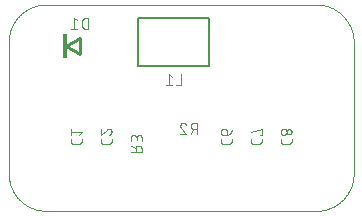
<source format=gbo>
G04 EAGLE Gerber X2 export*
%TF.Part,Single*%
%TF.FileFunction,Other,Silk bottom*%
%TF.FilePolarity,Positive*%
%TF.GenerationSoftware,Autodesk,EAGLE,9.0.0*%
%TF.CreationDate,2018-05-03T06:24:42Z*%
G75*
%MOMM*%
%FSLAX35Y35*%
%LPD*%
%AMOC8*
5,1,8,0,0,1.08239X$1,22.5*%
G01*
%ADD10C,0.000000*%
%ADD11C,0.076200*%
%ADD12C,0.127000*%
%ADD13C,0.254000*%
%ADD14R,0.300000X2.100000*%


D10*
X1016000Y1587500D02*
X1016093Y1579828D01*
X1016371Y1572161D01*
X1016834Y1564502D01*
X1017482Y1556857D01*
X1018315Y1549230D01*
X1019332Y1541625D01*
X1020532Y1534047D01*
X1021915Y1526500D01*
X1023480Y1518989D01*
X1025226Y1511517D01*
X1027152Y1504090D01*
X1029257Y1496712D01*
X1031540Y1489387D01*
X1033998Y1482119D01*
X1036632Y1474913D01*
X1039440Y1467772D01*
X1042418Y1460702D01*
X1045567Y1453705D01*
X1048884Y1446787D01*
X1052368Y1439950D01*
X1056015Y1433200D01*
X1059825Y1426540D01*
X1063794Y1419974D01*
X1067921Y1413506D01*
X1072203Y1407139D01*
X1076637Y1400878D01*
X1081222Y1394726D01*
X1085953Y1388686D01*
X1090830Y1382763D01*
X1095848Y1376959D01*
X1101005Y1371277D01*
X1106297Y1365723D01*
X1111723Y1360297D01*
X1117277Y1355005D01*
X1122959Y1349848D01*
X1128763Y1344830D01*
X1134686Y1339953D01*
X1140726Y1335222D01*
X1146878Y1330637D01*
X1153139Y1326203D01*
X1159506Y1321921D01*
X1165974Y1317794D01*
X1172540Y1313825D01*
X1179200Y1310015D01*
X1185950Y1306368D01*
X1192787Y1302884D01*
X1199705Y1299567D01*
X1206702Y1296418D01*
X1213772Y1293440D01*
X1220913Y1290632D01*
X1228119Y1287998D01*
X1235387Y1285540D01*
X1242712Y1283257D01*
X1250090Y1281152D01*
X1257517Y1279226D01*
X1264989Y1277480D01*
X1272500Y1275915D01*
X1280047Y1274532D01*
X1287625Y1273332D01*
X1295230Y1272315D01*
X1302857Y1271482D01*
X1310502Y1270834D01*
X1318161Y1270371D01*
X1325828Y1270093D01*
X1333500Y1270000D01*
X1016000Y2698750D02*
X1016093Y2706422D01*
X1016371Y2714089D01*
X1016834Y2721748D01*
X1017482Y2729393D01*
X1018315Y2737020D01*
X1019332Y2744625D01*
X1020532Y2752203D01*
X1021915Y2759750D01*
X1023480Y2767261D01*
X1025226Y2774733D01*
X1027152Y2782160D01*
X1029257Y2789538D01*
X1031540Y2796863D01*
X1033998Y2804131D01*
X1036632Y2811337D01*
X1039440Y2818478D01*
X1042418Y2825548D01*
X1045567Y2832545D01*
X1048884Y2839463D01*
X1052368Y2846300D01*
X1056015Y2853050D01*
X1059825Y2859710D01*
X1063794Y2866276D01*
X1067921Y2872744D01*
X1072203Y2879111D01*
X1076637Y2885372D01*
X1081222Y2891524D01*
X1085953Y2897564D01*
X1090830Y2903487D01*
X1095848Y2909291D01*
X1101005Y2914973D01*
X1106297Y2920527D01*
X1111723Y2925953D01*
X1117277Y2931245D01*
X1122959Y2936402D01*
X1128763Y2941420D01*
X1134686Y2946297D01*
X1140726Y2951028D01*
X1146878Y2955613D01*
X1153139Y2960047D01*
X1159506Y2964329D01*
X1165974Y2968456D01*
X1172540Y2972425D01*
X1179200Y2976235D01*
X1185950Y2979882D01*
X1192787Y2983366D01*
X1199705Y2986683D01*
X1206702Y2989832D01*
X1213772Y2992810D01*
X1220913Y2995618D01*
X1228119Y2998252D01*
X1235387Y3000710D01*
X1242712Y3002993D01*
X1250090Y3005098D01*
X1257517Y3007024D01*
X1264989Y3008770D01*
X1272500Y3010335D01*
X1280047Y3011718D01*
X1287625Y3012918D01*
X1295230Y3013935D01*
X1302857Y3014768D01*
X1310502Y3015416D01*
X1318161Y3015879D01*
X1325828Y3016157D01*
X1333500Y3016250D01*
X3619500Y3016250D02*
X3627172Y3016157D01*
X3634839Y3015879D01*
X3642498Y3015416D01*
X3650143Y3014768D01*
X3657770Y3013935D01*
X3665375Y3012918D01*
X3672953Y3011718D01*
X3680500Y3010335D01*
X3688011Y3008770D01*
X3695483Y3007024D01*
X3702910Y3005098D01*
X3710288Y3002993D01*
X3717613Y3000710D01*
X3724881Y2998252D01*
X3732087Y2995618D01*
X3739228Y2992810D01*
X3746298Y2989832D01*
X3753295Y2986683D01*
X3760213Y2983366D01*
X3767050Y2979882D01*
X3773800Y2976235D01*
X3780460Y2972425D01*
X3787026Y2968456D01*
X3793494Y2964329D01*
X3799861Y2960047D01*
X3806122Y2955613D01*
X3812274Y2951028D01*
X3818314Y2946297D01*
X3824237Y2941420D01*
X3830041Y2936402D01*
X3835723Y2931245D01*
X3841277Y2925953D01*
X3846703Y2920527D01*
X3851995Y2914973D01*
X3857152Y2909291D01*
X3862170Y2903487D01*
X3867047Y2897564D01*
X3871778Y2891524D01*
X3876363Y2885372D01*
X3880797Y2879111D01*
X3885079Y2872744D01*
X3889206Y2866276D01*
X3893175Y2859710D01*
X3896985Y2853050D01*
X3900632Y2846300D01*
X3904116Y2839463D01*
X3907433Y2832545D01*
X3910582Y2825548D01*
X3913560Y2818478D01*
X3916368Y2811337D01*
X3919002Y2804131D01*
X3921460Y2796863D01*
X3923743Y2789538D01*
X3925848Y2782160D01*
X3927774Y2774733D01*
X3929520Y2767261D01*
X3931085Y2759750D01*
X3932468Y2752203D01*
X3933668Y2744625D01*
X3934685Y2737020D01*
X3935518Y2729393D01*
X3936166Y2721748D01*
X3936629Y2714089D01*
X3936907Y2706422D01*
X3937000Y2698750D01*
X3937000Y1587500D02*
X3936907Y1579828D01*
X3936629Y1572161D01*
X3936166Y1564502D01*
X3935518Y1556857D01*
X3934685Y1549230D01*
X3933668Y1541625D01*
X3932468Y1534047D01*
X3931085Y1526500D01*
X3929520Y1518989D01*
X3927774Y1511517D01*
X3925848Y1504090D01*
X3923743Y1496712D01*
X3921460Y1489387D01*
X3919002Y1482119D01*
X3916368Y1474913D01*
X3913560Y1467772D01*
X3910582Y1460702D01*
X3907433Y1453705D01*
X3904116Y1446787D01*
X3900632Y1439950D01*
X3896985Y1433200D01*
X3893175Y1426540D01*
X3889206Y1419974D01*
X3885079Y1413506D01*
X3880797Y1407139D01*
X3876363Y1400878D01*
X3871778Y1394726D01*
X3867047Y1388686D01*
X3862170Y1382763D01*
X3857152Y1376959D01*
X3851995Y1371277D01*
X3846703Y1365723D01*
X3841277Y1360297D01*
X3835723Y1355005D01*
X3830041Y1349848D01*
X3824237Y1344830D01*
X3818314Y1339953D01*
X3812274Y1335222D01*
X3806122Y1330637D01*
X3799861Y1326203D01*
X3793494Y1321921D01*
X3787026Y1317794D01*
X3780460Y1313825D01*
X3773800Y1310015D01*
X3767050Y1306368D01*
X3760213Y1302884D01*
X3753295Y1299567D01*
X3746298Y1296418D01*
X3739228Y1293440D01*
X3732087Y1290632D01*
X3724881Y1287998D01*
X3717613Y1285540D01*
X3710288Y1283257D01*
X3702910Y1281152D01*
X3695483Y1279226D01*
X3688011Y1277480D01*
X3680500Y1275915D01*
X3672953Y1274532D01*
X3665375Y1273332D01*
X3657770Y1272315D01*
X3650143Y1271482D01*
X3642498Y1270834D01*
X3634839Y1270371D01*
X3627172Y1270093D01*
X3619500Y1270000D01*
X3619500Y3016250D02*
X1333500Y3016250D01*
X1016000Y2698750D02*
X1016000Y1587500D01*
X1333500Y1270000D02*
X3619500Y1270000D01*
X3937000Y1587500D02*
X3937000Y2698750D01*
D11*
X2610378Y2014690D02*
X2610378Y1922310D01*
X2610378Y2014690D02*
X2584717Y2014690D01*
X2584092Y2014682D01*
X2583468Y2014660D01*
X2582844Y2014622D01*
X2582221Y2014568D01*
X2581600Y2014500D01*
X2580981Y2014417D01*
X2580364Y2014318D01*
X2579749Y2014205D01*
X2579138Y2014076D01*
X2578529Y2013933D01*
X2577925Y2013775D01*
X2577324Y2013602D01*
X2576728Y2013415D01*
X2576136Y2013213D01*
X2575550Y2012997D01*
X2574969Y2012766D01*
X2574394Y2012522D01*
X2573825Y2012264D01*
X2573262Y2011992D01*
X2572707Y2011706D01*
X2572158Y2011407D01*
X2571617Y2011094D01*
X2571083Y2010769D01*
X2570558Y2010430D01*
X2570041Y2010079D01*
X2569533Y2009715D01*
X2569034Y2009340D01*
X2568544Y2008952D01*
X2568063Y2008552D01*
X2567593Y2008141D01*
X2567133Y2007718D01*
X2566683Y2007284D01*
X2566244Y2006840D01*
X2565815Y2006385D01*
X2565398Y2005919D01*
X2564993Y2005444D01*
X2564599Y2004958D01*
X2564217Y2004464D01*
X2563847Y2003960D01*
X2563490Y2003447D01*
X2563145Y2002926D01*
X2562813Y2002397D01*
X2562494Y2001860D01*
X2562188Y2001315D01*
X2561896Y2000762D01*
X2561617Y2000203D01*
X2561351Y1999637D01*
X2561100Y1999065D01*
X2560863Y1998487D01*
X2560639Y1997903D01*
X2560430Y1997314D01*
X2560236Y1996721D01*
X2560056Y1996122D01*
X2559890Y1995520D01*
X2559740Y1994913D01*
X2559604Y1994303D01*
X2559483Y1993690D01*
X2559377Y1993074D01*
X2559286Y1992456D01*
X2559210Y1991836D01*
X2559149Y1991214D01*
X2559104Y1990590D01*
X2559073Y1989966D01*
X2559058Y1989341D01*
X2559058Y1988717D01*
X2559073Y1988092D01*
X2559104Y1987468D01*
X2559149Y1986844D01*
X2559210Y1986222D01*
X2559286Y1985602D01*
X2559377Y1984984D01*
X2559483Y1984368D01*
X2559604Y1983755D01*
X2559740Y1983145D01*
X2559890Y1982538D01*
X2560056Y1981936D01*
X2560236Y1981337D01*
X2560430Y1980744D01*
X2560639Y1980155D01*
X2560863Y1979571D01*
X2561100Y1978993D01*
X2561351Y1978421D01*
X2561617Y1977855D01*
X2561896Y1977296D01*
X2562188Y1976743D01*
X2562494Y1976198D01*
X2562813Y1975661D01*
X2563145Y1975132D01*
X2563490Y1974611D01*
X2563847Y1974098D01*
X2564217Y1973594D01*
X2564599Y1973100D01*
X2564993Y1972614D01*
X2565398Y1972139D01*
X2565815Y1971673D01*
X2566244Y1971218D01*
X2566683Y1970774D01*
X2567133Y1970340D01*
X2567593Y1969917D01*
X2568063Y1969506D01*
X2568544Y1969106D01*
X2569034Y1968718D01*
X2569533Y1968343D01*
X2570041Y1967979D01*
X2570558Y1967628D01*
X2571083Y1967289D01*
X2571617Y1966964D01*
X2572158Y1966651D01*
X2572707Y1966352D01*
X2573262Y1966066D01*
X2573825Y1965794D01*
X2574394Y1965536D01*
X2574969Y1965292D01*
X2575550Y1965061D01*
X2576136Y1964845D01*
X2576728Y1964643D01*
X2577324Y1964456D01*
X2577925Y1964283D01*
X2578529Y1964125D01*
X2579138Y1963982D01*
X2579749Y1963853D01*
X2580364Y1963740D01*
X2580981Y1963641D01*
X2581600Y1963558D01*
X2582221Y1963490D01*
X2582844Y1963436D01*
X2583468Y1963398D01*
X2584092Y1963376D01*
X2584717Y1963368D01*
X2610378Y1963368D01*
X2579585Y1963368D02*
X2559056Y1922310D01*
X2469623Y1991595D02*
X2469630Y1992162D01*
X2469651Y1992728D01*
X2469686Y1993294D01*
X2469734Y1993859D01*
X2469797Y1994422D01*
X2469873Y1994984D01*
X2469963Y1995543D01*
X2470067Y1996101D01*
X2470184Y1996655D01*
X2470315Y1997207D01*
X2470460Y1997755D01*
X2470617Y1998299D01*
X2470789Y1998839D01*
X2470973Y1999375D01*
X2471171Y1999907D01*
X2471381Y2000433D01*
X2471604Y2000954D01*
X2471840Y2001469D01*
X2472089Y2001979D01*
X2472350Y2002482D01*
X2472623Y2002978D01*
X2472909Y2003468D01*
X2473206Y2003951D01*
X2473515Y2004426D01*
X2473836Y2004893D01*
X2474168Y2005353D01*
X2474511Y2005804D01*
X2474865Y2006246D01*
X2475230Y2006680D01*
X2475606Y2007105D01*
X2475991Y2007520D01*
X2476387Y2007926D01*
X2476793Y2008321D01*
X2477208Y2008707D01*
X2477633Y2009083D01*
X2478067Y2009448D01*
X2478509Y2009802D01*
X2478960Y2010145D01*
X2479420Y2010477D01*
X2479887Y2010798D01*
X2480362Y2011107D01*
X2480845Y2011404D01*
X2481334Y2011690D01*
X2481831Y2011963D01*
X2482334Y2012224D01*
X2482843Y2012473D01*
X2483359Y2012709D01*
X2483880Y2012932D01*
X2484406Y2013142D01*
X2484937Y2013340D01*
X2485473Y2013524D01*
X2486014Y2013695D01*
X2486558Y2013853D01*
X2487106Y2013998D01*
X2487658Y2014129D01*
X2488212Y2014246D01*
X2488769Y2014350D01*
X2489329Y2014440D01*
X2489891Y2014516D01*
X2490454Y2014579D01*
X2491019Y2014627D01*
X2491584Y2014662D01*
X2492151Y2014683D01*
X2492718Y2014690D01*
X2493435Y2014681D01*
X2494152Y2014655D01*
X2494869Y2014612D01*
X2495584Y2014551D01*
X2496297Y2014473D01*
X2497008Y2014378D01*
X2497717Y2014266D01*
X2498423Y2014136D01*
X2499125Y2013990D01*
X2499824Y2013827D01*
X2500518Y2013646D01*
X2501208Y2013449D01*
X2501893Y2013236D01*
X2502573Y2013006D01*
X2503247Y2012759D01*
X2503914Y2012496D01*
X2504576Y2012218D01*
X2505230Y2011923D01*
X2505877Y2011612D01*
X2506516Y2011286D01*
X2507147Y2010945D01*
X2507770Y2010589D01*
X2508384Y2010217D01*
X2508989Y2009831D01*
X2509584Y2009430D01*
X2510169Y2009015D01*
X2510744Y2008586D01*
X2511309Y2008143D01*
X2511863Y2007687D01*
X2512405Y2007217D01*
X2512936Y2006735D01*
X2513456Y2006239D01*
X2513963Y2005732D01*
X2514457Y2005212D01*
X2514939Y2004680D01*
X2515408Y2004137D01*
X2515864Y2003583D01*
X2516306Y2003018D01*
X2516734Y2002442D01*
X2517149Y2001856D01*
X2517549Y2001260D01*
X2517934Y2000655D01*
X2518305Y2000041D01*
X2518661Y1999418D01*
X2519001Y1998786D01*
X2519326Y1998146D01*
X2519636Y1997499D01*
X2519930Y1996845D01*
X2520208Y1996183D01*
X2520470Y1995515D01*
X2520715Y1994841D01*
X2520945Y1994161D01*
X2477321Y1973632D02*
X2476885Y1974057D01*
X2476460Y1974493D01*
X2476046Y1974939D01*
X2475643Y1975395D01*
X2475251Y1975861D01*
X2474870Y1976336D01*
X2474502Y1976821D01*
X2474145Y1977314D01*
X2473801Y1977816D01*
X2473469Y1978326D01*
X2473150Y1978845D01*
X2472843Y1979370D01*
X2472550Y1979904D01*
X2472270Y1980444D01*
X2472003Y1980991D01*
X2471749Y1981545D01*
X2471510Y1982104D01*
X2471284Y1982669D01*
X2471072Y1983240D01*
X2470874Y1983815D01*
X2470690Y1984396D01*
X2470520Y1984980D01*
X2470365Y1985569D01*
X2470225Y1986161D01*
X2470098Y1986757D01*
X2469987Y1987355D01*
X2469890Y1987956D01*
X2469808Y1988559D01*
X2469741Y1989164D01*
X2469689Y1989771D01*
X2469652Y1990378D01*
X2469629Y1990986D01*
X2469622Y1991595D01*
X2477321Y1973632D02*
X2520944Y1922310D01*
X2469622Y1922310D01*
X2141690Y1771122D02*
X2049310Y1771122D01*
X2141690Y1771122D02*
X2141690Y1796783D01*
X2141682Y1797408D01*
X2141660Y1798032D01*
X2141622Y1798656D01*
X2141568Y1799279D01*
X2141500Y1799900D01*
X2141417Y1800519D01*
X2141318Y1801136D01*
X2141205Y1801751D01*
X2141076Y1802362D01*
X2140933Y1802971D01*
X2140775Y1803575D01*
X2140602Y1804176D01*
X2140415Y1804772D01*
X2140213Y1805364D01*
X2139997Y1805950D01*
X2139766Y1806531D01*
X2139522Y1807106D01*
X2139264Y1807675D01*
X2138992Y1808238D01*
X2138706Y1808793D01*
X2138407Y1809342D01*
X2138094Y1809883D01*
X2137769Y1810417D01*
X2137430Y1810942D01*
X2137079Y1811459D01*
X2136715Y1811967D01*
X2136340Y1812466D01*
X2135952Y1812956D01*
X2135552Y1813437D01*
X2135141Y1813907D01*
X2134718Y1814367D01*
X2134284Y1814817D01*
X2133840Y1815256D01*
X2133385Y1815685D01*
X2132919Y1816102D01*
X2132444Y1816507D01*
X2131958Y1816901D01*
X2131464Y1817283D01*
X2130960Y1817653D01*
X2130447Y1818010D01*
X2129926Y1818355D01*
X2129397Y1818687D01*
X2128860Y1819006D01*
X2128315Y1819312D01*
X2127762Y1819604D01*
X2127203Y1819883D01*
X2126637Y1820149D01*
X2126065Y1820400D01*
X2125487Y1820637D01*
X2124903Y1820861D01*
X2124314Y1821070D01*
X2123721Y1821264D01*
X2123122Y1821444D01*
X2122520Y1821610D01*
X2121913Y1821760D01*
X2121303Y1821896D01*
X2120690Y1822017D01*
X2120074Y1822123D01*
X2119456Y1822214D01*
X2118836Y1822290D01*
X2118214Y1822351D01*
X2117590Y1822396D01*
X2116966Y1822427D01*
X2116341Y1822442D01*
X2115717Y1822442D01*
X2115092Y1822427D01*
X2114468Y1822396D01*
X2113844Y1822351D01*
X2113222Y1822290D01*
X2112602Y1822214D01*
X2111984Y1822123D01*
X2111368Y1822017D01*
X2110755Y1821896D01*
X2110145Y1821760D01*
X2109538Y1821610D01*
X2108936Y1821444D01*
X2108337Y1821264D01*
X2107744Y1821070D01*
X2107155Y1820861D01*
X2106571Y1820637D01*
X2105993Y1820400D01*
X2105421Y1820149D01*
X2104855Y1819883D01*
X2104296Y1819604D01*
X2103743Y1819312D01*
X2103199Y1819006D01*
X2102661Y1818687D01*
X2102132Y1818355D01*
X2101611Y1818010D01*
X2101098Y1817653D01*
X2100594Y1817283D01*
X2100100Y1816901D01*
X2099614Y1816507D01*
X2099139Y1816102D01*
X2098673Y1815685D01*
X2098218Y1815256D01*
X2097774Y1814817D01*
X2097340Y1814367D01*
X2096917Y1813907D01*
X2096506Y1813437D01*
X2096106Y1812956D01*
X2095718Y1812466D01*
X2095343Y1811967D01*
X2094979Y1811459D01*
X2094628Y1810942D01*
X2094289Y1810417D01*
X2093964Y1809883D01*
X2093651Y1809342D01*
X2093352Y1808793D01*
X2093066Y1808238D01*
X2092794Y1807675D01*
X2092536Y1807106D01*
X2092292Y1806531D01*
X2092061Y1805950D01*
X2091845Y1805364D01*
X2091643Y1804772D01*
X2091456Y1804176D01*
X2091283Y1803575D01*
X2091125Y1802971D01*
X2090982Y1802362D01*
X2090853Y1801751D01*
X2090740Y1801136D01*
X2090641Y1800519D01*
X2090558Y1799900D01*
X2090490Y1799279D01*
X2090436Y1798656D01*
X2090398Y1798032D01*
X2090376Y1797408D01*
X2090368Y1796783D01*
X2090368Y1771122D01*
X2090368Y1801915D02*
X2049310Y1822444D01*
X2049310Y1860556D02*
X2049310Y1886217D01*
X2049318Y1886842D01*
X2049340Y1887466D01*
X2049378Y1888090D01*
X2049432Y1888713D01*
X2049500Y1889334D01*
X2049583Y1889953D01*
X2049682Y1890570D01*
X2049795Y1891185D01*
X2049924Y1891796D01*
X2050067Y1892405D01*
X2050225Y1893009D01*
X2050398Y1893610D01*
X2050585Y1894206D01*
X2050787Y1894798D01*
X2051003Y1895384D01*
X2051234Y1895965D01*
X2051478Y1896540D01*
X2051736Y1897109D01*
X2052008Y1897672D01*
X2052294Y1898227D01*
X2052593Y1898776D01*
X2052906Y1899317D01*
X2053231Y1899851D01*
X2053570Y1900376D01*
X2053921Y1900893D01*
X2054285Y1901401D01*
X2054660Y1901900D01*
X2055048Y1902390D01*
X2055448Y1902871D01*
X2055859Y1903341D01*
X2056282Y1903801D01*
X2056716Y1904251D01*
X2057160Y1904690D01*
X2057615Y1905119D01*
X2058081Y1905536D01*
X2058556Y1905941D01*
X2059042Y1906335D01*
X2059536Y1906717D01*
X2060040Y1907087D01*
X2060553Y1907444D01*
X2061074Y1907789D01*
X2061603Y1908121D01*
X2062141Y1908440D01*
X2062685Y1908746D01*
X2063238Y1909038D01*
X2063797Y1909317D01*
X2064363Y1909583D01*
X2064935Y1909834D01*
X2065513Y1910071D01*
X2066097Y1910295D01*
X2066686Y1910504D01*
X2067279Y1910698D01*
X2067878Y1910878D01*
X2068480Y1911044D01*
X2069087Y1911194D01*
X2069697Y1911330D01*
X2070310Y1911451D01*
X2070926Y1911557D01*
X2071544Y1911648D01*
X2072164Y1911724D01*
X2072786Y1911785D01*
X2073410Y1911830D01*
X2074034Y1911861D01*
X2074659Y1911876D01*
X2075283Y1911876D01*
X2075908Y1911861D01*
X2076532Y1911830D01*
X2077156Y1911785D01*
X2077778Y1911724D01*
X2078398Y1911648D01*
X2079016Y1911557D01*
X2079632Y1911451D01*
X2080245Y1911330D01*
X2080855Y1911194D01*
X2081462Y1911044D01*
X2082064Y1910878D01*
X2082663Y1910698D01*
X2083256Y1910504D01*
X2083845Y1910295D01*
X2084429Y1910071D01*
X2085007Y1909834D01*
X2085579Y1909583D01*
X2086145Y1909317D01*
X2086704Y1909038D01*
X2087257Y1908746D01*
X2087802Y1908440D01*
X2088339Y1908121D01*
X2088868Y1907789D01*
X2089389Y1907444D01*
X2089902Y1907087D01*
X2090406Y1906717D01*
X2090900Y1906335D01*
X2091386Y1905941D01*
X2091861Y1905536D01*
X2092327Y1905119D01*
X2092782Y1904690D01*
X2093226Y1904251D01*
X2093660Y1903801D01*
X2094083Y1903341D01*
X2094494Y1902871D01*
X2094894Y1902390D01*
X2095282Y1901900D01*
X2095657Y1901401D01*
X2096021Y1900893D01*
X2096372Y1900376D01*
X2096711Y1899851D01*
X2097036Y1899317D01*
X2097349Y1898776D01*
X2097648Y1898227D01*
X2097934Y1897672D01*
X2098206Y1897109D01*
X2098464Y1896540D01*
X2098708Y1895965D01*
X2098939Y1895384D01*
X2099155Y1894798D01*
X2099357Y1894206D01*
X2099544Y1893610D01*
X2099717Y1893009D01*
X2099875Y1892405D01*
X2100018Y1891796D01*
X2100147Y1891185D01*
X2100260Y1890570D01*
X2100359Y1889953D01*
X2100442Y1889334D01*
X2100510Y1888713D01*
X2100564Y1888090D01*
X2100602Y1887466D01*
X2100624Y1886842D01*
X2100632Y1886217D01*
X2141690Y1891349D02*
X2141690Y1860556D01*
X2141690Y1891349D02*
X2141684Y1891849D01*
X2141666Y1892349D01*
X2141635Y1892848D01*
X2141593Y1893346D01*
X2141538Y1893843D01*
X2141471Y1894338D01*
X2141392Y1894832D01*
X2141302Y1895323D01*
X2141199Y1895813D01*
X2141084Y1896299D01*
X2140958Y1896783D01*
X2140820Y1897263D01*
X2140670Y1897740D01*
X2140508Y1898214D01*
X2140335Y1898683D01*
X2140151Y1899147D01*
X2139956Y1899607D01*
X2139749Y1900063D01*
X2139531Y1900513D01*
X2139303Y1900957D01*
X2139063Y1901396D01*
X2138813Y1901829D01*
X2138553Y1902256D01*
X2138282Y1902676D01*
X2138001Y1903090D01*
X2137710Y1903496D01*
X2137410Y1903896D01*
X2137099Y1904288D01*
X2136779Y1904672D01*
X2136450Y1905048D01*
X2136112Y1905417D01*
X2135765Y1905777D01*
X2135410Y1906128D01*
X2135046Y1906470D01*
X2134673Y1906804D01*
X2134293Y1907129D01*
X2133905Y1907444D01*
X2133509Y1907749D01*
X2133106Y1908045D01*
X2132696Y1908331D01*
X2132279Y1908607D01*
X2131855Y1908872D01*
X2131426Y1909128D01*
X2130990Y1909372D01*
X2130548Y1909606D01*
X2130100Y1909829D01*
X2129648Y1910042D01*
X2129190Y1910243D01*
X2128728Y1910433D01*
X2128261Y1910611D01*
X2127789Y1910778D01*
X2127314Y1910934D01*
X2126836Y1911078D01*
X2126353Y1911210D01*
X2125868Y1911331D01*
X2125380Y1911440D01*
X2124890Y1911537D01*
X2124397Y1911621D01*
X2123903Y1911694D01*
X2123406Y1911755D01*
X2122909Y1911803D01*
X2122410Y1911840D01*
X2121911Y1911864D01*
X2121411Y1911876D01*
X2120911Y1911876D01*
X2120411Y1911864D01*
X2119912Y1911840D01*
X2119413Y1911803D01*
X2118916Y1911755D01*
X2118419Y1911694D01*
X2117925Y1911621D01*
X2117432Y1911537D01*
X2116942Y1911440D01*
X2116454Y1911331D01*
X2115969Y1911210D01*
X2115486Y1911078D01*
X2115008Y1910934D01*
X2114533Y1910778D01*
X2114061Y1910611D01*
X2113594Y1910433D01*
X2113132Y1910243D01*
X2112674Y1910042D01*
X2112222Y1909829D01*
X2111774Y1909606D01*
X2111332Y1909372D01*
X2110897Y1909128D01*
X2110467Y1908872D01*
X2110043Y1908607D01*
X2109626Y1908331D01*
X2109216Y1908045D01*
X2108813Y1907749D01*
X2108417Y1907444D01*
X2108029Y1907129D01*
X2107649Y1906804D01*
X2107276Y1906470D01*
X2106912Y1906128D01*
X2106557Y1905777D01*
X2106210Y1905417D01*
X2105872Y1905048D01*
X2105543Y1904672D01*
X2105223Y1904288D01*
X2104912Y1903896D01*
X2104612Y1903496D01*
X2104321Y1903090D01*
X2104040Y1902676D01*
X2103769Y1902256D01*
X2103509Y1901829D01*
X2103259Y1901396D01*
X2103019Y1900957D01*
X2102791Y1900513D01*
X2102573Y1900063D01*
X2102366Y1899607D01*
X2102171Y1899147D01*
X2101987Y1898683D01*
X2101814Y1898214D01*
X2101652Y1897740D01*
X2101502Y1897263D01*
X2101364Y1896783D01*
X2101238Y1896299D01*
X2101123Y1895813D01*
X2101020Y1895323D01*
X2100930Y1894832D01*
X2100851Y1894338D01*
X2100784Y1893843D01*
X2100729Y1893346D01*
X2100687Y1892848D01*
X2100656Y1892349D01*
X2100638Y1891849D01*
X2100632Y1891349D01*
X2100632Y1870820D01*
D12*
X2713000Y2498750D02*
X2713000Y2898750D01*
X2713000Y2498750D02*
X2113000Y2498750D01*
X2113000Y2898750D01*
X2713000Y2898750D01*
D11*
X2476074Y2427440D02*
X2476074Y2335060D01*
X2435017Y2335060D01*
X2401248Y2406911D02*
X2375587Y2427440D01*
X2375587Y2335060D01*
X2401248Y2335060D02*
X2349926Y2335060D01*
X2811310Y1879171D02*
X2811310Y1858642D01*
X2811316Y1858146D01*
X2811334Y1857650D01*
X2811364Y1857155D01*
X2811406Y1856661D01*
X2811460Y1856168D01*
X2811525Y1855676D01*
X2811603Y1855186D01*
X2811692Y1854698D01*
X2811794Y1854212D01*
X2811907Y1853729D01*
X2812031Y1853249D01*
X2812167Y1852772D01*
X2812315Y1852298D01*
X2812474Y1851828D01*
X2812644Y1851362D01*
X2812826Y1850901D01*
X2813018Y1850443D01*
X2813222Y1849991D01*
X2813436Y1849544D01*
X2813661Y1849102D01*
X2813897Y1848665D01*
X2814144Y1848235D01*
X2814400Y1847810D01*
X2814667Y1847392D01*
X2814944Y1846980D01*
X2815231Y1846575D01*
X2815527Y1846178D01*
X2815833Y1845787D01*
X2816148Y1845404D01*
X2816473Y1845029D01*
X2816806Y1844661D01*
X2817148Y1844302D01*
X2817499Y1843951D01*
X2817858Y1843609D01*
X2818226Y1843276D01*
X2818601Y1842951D01*
X2818984Y1842636D01*
X2819375Y1842330D01*
X2819772Y1842034D01*
X2820177Y1841747D01*
X2820589Y1841470D01*
X2821007Y1841203D01*
X2821432Y1840947D01*
X2821862Y1840700D01*
X2822299Y1840464D01*
X2822741Y1840239D01*
X2823188Y1840025D01*
X2823640Y1839821D01*
X2824098Y1839629D01*
X2824559Y1839447D01*
X2825025Y1839277D01*
X2825495Y1839118D01*
X2825969Y1838970D01*
X2826446Y1838834D01*
X2826926Y1838710D01*
X2827409Y1838597D01*
X2827895Y1838495D01*
X2828383Y1838406D01*
X2828873Y1838328D01*
X2829365Y1838263D01*
X2829858Y1838209D01*
X2830352Y1838167D01*
X2830847Y1838137D01*
X2831343Y1838119D01*
X2831839Y1838113D01*
X2883161Y1838113D01*
X2883665Y1838119D01*
X2884168Y1838138D01*
X2884671Y1838169D01*
X2885173Y1838212D01*
X2885674Y1838267D01*
X2886173Y1838335D01*
X2886671Y1838415D01*
X2887166Y1838507D01*
X2887659Y1838612D01*
X2888149Y1838728D01*
X2888636Y1838857D01*
X2889120Y1838997D01*
X2889601Y1839149D01*
X2890077Y1839313D01*
X2890549Y1839489D01*
X2891017Y1839676D01*
X2891480Y1839874D01*
X2891938Y1840084D01*
X2892391Y1840305D01*
X2892838Y1840537D01*
X2893280Y1840780D01*
X2893715Y1841034D01*
X2894144Y1841298D01*
X2894566Y1841573D01*
X2894982Y1841858D01*
X2895390Y1842153D01*
X2895791Y1842458D01*
X2896184Y1842773D01*
X2896570Y1843097D01*
X2896947Y1843431D01*
X2897316Y1843774D01*
X2897677Y1844126D01*
X2898029Y1844486D01*
X2898372Y1844855D01*
X2898706Y1845233D01*
X2899030Y1845618D01*
X2899345Y1846012D01*
X2899650Y1846413D01*
X2899945Y1846821D01*
X2900230Y1847237D01*
X2900505Y1847659D01*
X2900769Y1848088D01*
X2901023Y1848523D01*
X2901266Y1848965D01*
X2901498Y1849412D01*
X2901719Y1849865D01*
X2901929Y1850323D01*
X2902127Y1850786D01*
X2902314Y1851253D01*
X2902490Y1851726D01*
X2902654Y1852202D01*
X2902806Y1852683D01*
X2902946Y1853166D01*
X2903075Y1853654D01*
X2903191Y1854144D01*
X2903295Y1854637D01*
X2903388Y1855132D01*
X2903468Y1855629D01*
X2903536Y1856129D01*
X2903591Y1856630D01*
X2903634Y1857131D01*
X2903665Y1857634D01*
X2903684Y1858138D01*
X2903690Y1858642D01*
X2903690Y1879171D01*
X2862632Y1913368D02*
X2862632Y1944161D01*
X2862626Y1944657D01*
X2862608Y1945153D01*
X2862578Y1945648D01*
X2862536Y1946142D01*
X2862482Y1946635D01*
X2862417Y1947127D01*
X2862339Y1947617D01*
X2862250Y1948105D01*
X2862148Y1948591D01*
X2862035Y1949074D01*
X2861911Y1949554D01*
X2861775Y1950031D01*
X2861627Y1950505D01*
X2861468Y1950975D01*
X2861298Y1951441D01*
X2861116Y1951902D01*
X2860924Y1952360D01*
X2860720Y1952812D01*
X2860506Y1953259D01*
X2860281Y1953701D01*
X2860045Y1954138D01*
X2859798Y1954568D01*
X2859542Y1954993D01*
X2859275Y1955411D01*
X2858998Y1955823D01*
X2858711Y1956228D01*
X2858415Y1956625D01*
X2858109Y1957016D01*
X2857794Y1957399D01*
X2857469Y1957774D01*
X2857136Y1958142D01*
X2856794Y1958501D01*
X2856443Y1958852D01*
X2856084Y1959194D01*
X2855716Y1959527D01*
X2855341Y1959852D01*
X2854958Y1960167D01*
X2854567Y1960473D01*
X2854170Y1960769D01*
X2853765Y1961056D01*
X2853353Y1961333D01*
X2852935Y1961600D01*
X2852510Y1961856D01*
X2852080Y1962103D01*
X2851643Y1962339D01*
X2851201Y1962564D01*
X2850754Y1962778D01*
X2850302Y1962982D01*
X2849844Y1963174D01*
X2849383Y1963356D01*
X2848917Y1963526D01*
X2848447Y1963685D01*
X2847973Y1963833D01*
X2847496Y1963969D01*
X2847016Y1964093D01*
X2846533Y1964206D01*
X2846047Y1964308D01*
X2845559Y1964397D01*
X2845069Y1964475D01*
X2844577Y1964540D01*
X2844084Y1964594D01*
X2843590Y1964636D01*
X2843095Y1964666D01*
X2842599Y1964684D01*
X2842103Y1964690D01*
X2836971Y1964690D01*
X2836346Y1964682D01*
X2835722Y1964660D01*
X2835098Y1964622D01*
X2834475Y1964568D01*
X2833854Y1964500D01*
X2833235Y1964417D01*
X2832618Y1964318D01*
X2832003Y1964205D01*
X2831392Y1964076D01*
X2830783Y1963933D01*
X2830179Y1963775D01*
X2829578Y1963602D01*
X2828982Y1963415D01*
X2828390Y1963213D01*
X2827804Y1962997D01*
X2827223Y1962766D01*
X2826648Y1962522D01*
X2826079Y1962264D01*
X2825516Y1961992D01*
X2824961Y1961706D01*
X2824412Y1961407D01*
X2823871Y1961094D01*
X2823337Y1960769D01*
X2822812Y1960430D01*
X2822295Y1960079D01*
X2821787Y1959715D01*
X2821288Y1959340D01*
X2820798Y1958952D01*
X2820317Y1958552D01*
X2819847Y1958141D01*
X2819387Y1957718D01*
X2818937Y1957284D01*
X2818498Y1956840D01*
X2818069Y1956385D01*
X2817652Y1955919D01*
X2817247Y1955444D01*
X2816853Y1954958D01*
X2816471Y1954464D01*
X2816101Y1953960D01*
X2815744Y1953447D01*
X2815399Y1952926D01*
X2815067Y1952397D01*
X2814748Y1951860D01*
X2814442Y1951315D01*
X2814150Y1950762D01*
X2813871Y1950203D01*
X2813605Y1949637D01*
X2813354Y1949065D01*
X2813117Y1948487D01*
X2812893Y1947903D01*
X2812684Y1947314D01*
X2812490Y1946721D01*
X2812310Y1946122D01*
X2812144Y1945520D01*
X2811994Y1944913D01*
X2811858Y1944303D01*
X2811737Y1943690D01*
X2811631Y1943074D01*
X2811540Y1942456D01*
X2811464Y1941836D01*
X2811403Y1941214D01*
X2811358Y1940590D01*
X2811327Y1939966D01*
X2811312Y1939341D01*
X2811312Y1938717D01*
X2811327Y1938092D01*
X2811358Y1937468D01*
X2811403Y1936844D01*
X2811464Y1936222D01*
X2811540Y1935602D01*
X2811631Y1934984D01*
X2811737Y1934368D01*
X2811858Y1933755D01*
X2811994Y1933145D01*
X2812144Y1932538D01*
X2812310Y1931936D01*
X2812490Y1931337D01*
X2812684Y1930744D01*
X2812893Y1930155D01*
X2813117Y1929571D01*
X2813354Y1928993D01*
X2813605Y1928421D01*
X2813871Y1927855D01*
X2814150Y1927296D01*
X2814442Y1926743D01*
X2814748Y1926198D01*
X2815067Y1925661D01*
X2815399Y1925132D01*
X2815744Y1924611D01*
X2816101Y1924098D01*
X2816471Y1923594D01*
X2816853Y1923100D01*
X2817247Y1922614D01*
X2817652Y1922139D01*
X2818069Y1921673D01*
X2818498Y1921218D01*
X2818937Y1920774D01*
X2819387Y1920340D01*
X2819847Y1919917D01*
X2820317Y1919506D01*
X2820798Y1919106D01*
X2821288Y1918718D01*
X2821787Y1918343D01*
X2822295Y1917979D01*
X2822812Y1917628D01*
X2823337Y1917289D01*
X2823871Y1916964D01*
X2824412Y1916651D01*
X2824961Y1916352D01*
X2825516Y1916066D01*
X2826079Y1915794D01*
X2826648Y1915536D01*
X2827223Y1915292D01*
X2827804Y1915061D01*
X2828390Y1914845D01*
X2828982Y1914643D01*
X2829578Y1914456D01*
X2830179Y1914283D01*
X2830783Y1914125D01*
X2831392Y1913982D01*
X2832003Y1913853D01*
X2832618Y1913740D01*
X2833235Y1913641D01*
X2833854Y1913558D01*
X2834475Y1913490D01*
X2835098Y1913436D01*
X2835722Y1913398D01*
X2836346Y1913376D01*
X2836971Y1913368D01*
X2862632Y1913368D01*
X2863640Y1913380D01*
X2864647Y1913417D01*
X2865652Y1913479D01*
X2866656Y1913566D01*
X2867658Y1913677D01*
X2868656Y1913812D01*
X2869651Y1913972D01*
X2870642Y1914157D01*
X2871628Y1914366D01*
X2872608Y1914598D01*
X2873583Y1914855D01*
X2874550Y1915136D01*
X2875511Y1915440D01*
X2876464Y1915768D01*
X2877409Y1916119D01*
X2878344Y1916493D01*
X2879270Y1916890D01*
X2880186Y1917310D01*
X2881092Y1917752D01*
X2881987Y1918216D01*
X2882869Y1918702D01*
X2883740Y1919209D01*
X2884598Y1919738D01*
X2885443Y1920287D01*
X2886273Y1920858D01*
X2887090Y1921448D01*
X2887892Y1922058D01*
X2888679Y1922688D01*
X2889450Y1923336D01*
X2890205Y1924004D01*
X2890943Y1924690D01*
X2891664Y1925393D01*
X2892368Y1926115D01*
X2893054Y1926853D01*
X2893721Y1927608D01*
X2894370Y1928379D01*
X2895000Y1929166D01*
X2895610Y1929968D01*
X2896200Y1930784D01*
X2896770Y1931615D01*
X2897320Y1932460D01*
X2897849Y1933318D01*
X2898356Y1934188D01*
X2898842Y1935071D01*
X2899306Y1935966D01*
X2899748Y1936871D01*
X2900168Y1937787D01*
X2900565Y1938714D01*
X2900939Y1939649D01*
X2901290Y1940594D01*
X2901618Y1941547D01*
X2901922Y1942507D01*
X2902203Y1943475D01*
X2902459Y1944449D01*
X2902692Y1945430D01*
X2902901Y1946416D01*
X2903085Y1947406D01*
X2903246Y1948401D01*
X2903381Y1949400D01*
X2903492Y1950401D01*
X2903579Y1951405D01*
X2903641Y1952411D01*
X2903678Y1953418D01*
X2903690Y1954426D01*
X3065310Y1879171D02*
X3065310Y1858642D01*
X3065316Y1858146D01*
X3065334Y1857650D01*
X3065364Y1857155D01*
X3065406Y1856661D01*
X3065460Y1856168D01*
X3065525Y1855676D01*
X3065603Y1855186D01*
X3065692Y1854698D01*
X3065794Y1854212D01*
X3065907Y1853729D01*
X3066031Y1853249D01*
X3066167Y1852772D01*
X3066315Y1852298D01*
X3066474Y1851828D01*
X3066644Y1851362D01*
X3066826Y1850901D01*
X3067018Y1850443D01*
X3067222Y1849991D01*
X3067436Y1849544D01*
X3067661Y1849102D01*
X3067897Y1848665D01*
X3068144Y1848235D01*
X3068400Y1847810D01*
X3068667Y1847392D01*
X3068944Y1846980D01*
X3069231Y1846575D01*
X3069527Y1846178D01*
X3069833Y1845787D01*
X3070148Y1845404D01*
X3070473Y1845029D01*
X3070806Y1844661D01*
X3071148Y1844302D01*
X3071499Y1843951D01*
X3071858Y1843609D01*
X3072226Y1843276D01*
X3072601Y1842951D01*
X3072984Y1842636D01*
X3073375Y1842330D01*
X3073772Y1842034D01*
X3074177Y1841747D01*
X3074589Y1841470D01*
X3075007Y1841203D01*
X3075432Y1840947D01*
X3075862Y1840700D01*
X3076299Y1840464D01*
X3076741Y1840239D01*
X3077188Y1840025D01*
X3077640Y1839821D01*
X3078098Y1839629D01*
X3078559Y1839447D01*
X3079025Y1839277D01*
X3079495Y1839118D01*
X3079969Y1838970D01*
X3080446Y1838834D01*
X3080926Y1838710D01*
X3081409Y1838597D01*
X3081895Y1838495D01*
X3082383Y1838406D01*
X3082873Y1838328D01*
X3083365Y1838263D01*
X3083858Y1838209D01*
X3084352Y1838167D01*
X3084847Y1838137D01*
X3085343Y1838119D01*
X3085839Y1838113D01*
X3137161Y1838113D01*
X3137665Y1838119D01*
X3138168Y1838138D01*
X3138671Y1838169D01*
X3139173Y1838212D01*
X3139674Y1838267D01*
X3140173Y1838335D01*
X3140671Y1838415D01*
X3141166Y1838507D01*
X3141659Y1838612D01*
X3142149Y1838728D01*
X3142636Y1838857D01*
X3143120Y1838997D01*
X3143601Y1839149D01*
X3144077Y1839313D01*
X3144549Y1839489D01*
X3145017Y1839676D01*
X3145480Y1839874D01*
X3145938Y1840084D01*
X3146391Y1840305D01*
X3146838Y1840537D01*
X3147280Y1840780D01*
X3147715Y1841034D01*
X3148144Y1841298D01*
X3148566Y1841573D01*
X3148982Y1841858D01*
X3149390Y1842153D01*
X3149791Y1842458D01*
X3150184Y1842773D01*
X3150570Y1843097D01*
X3150947Y1843431D01*
X3151316Y1843774D01*
X3151677Y1844126D01*
X3152029Y1844486D01*
X3152372Y1844855D01*
X3152706Y1845233D01*
X3153030Y1845618D01*
X3153345Y1846012D01*
X3153650Y1846413D01*
X3153945Y1846821D01*
X3154230Y1847237D01*
X3154505Y1847659D01*
X3154769Y1848088D01*
X3155023Y1848523D01*
X3155266Y1848965D01*
X3155498Y1849412D01*
X3155719Y1849865D01*
X3155929Y1850323D01*
X3156127Y1850786D01*
X3156314Y1851253D01*
X3156490Y1851726D01*
X3156654Y1852202D01*
X3156806Y1852683D01*
X3156946Y1853166D01*
X3157075Y1853654D01*
X3157191Y1854144D01*
X3157295Y1854637D01*
X3157388Y1855132D01*
X3157468Y1855629D01*
X3157536Y1856129D01*
X3157591Y1856630D01*
X3157634Y1857131D01*
X3157665Y1857634D01*
X3157684Y1858138D01*
X3157690Y1858642D01*
X3157690Y1879171D01*
X3157690Y1913368D02*
X3147425Y1913368D01*
X3157690Y1913368D02*
X3157690Y1964690D01*
X3065310Y1939029D01*
X3319310Y1879171D02*
X3319310Y1858642D01*
X3319316Y1858146D01*
X3319334Y1857650D01*
X3319364Y1857155D01*
X3319406Y1856661D01*
X3319460Y1856168D01*
X3319525Y1855676D01*
X3319603Y1855186D01*
X3319692Y1854698D01*
X3319794Y1854212D01*
X3319907Y1853729D01*
X3320031Y1853249D01*
X3320167Y1852772D01*
X3320315Y1852298D01*
X3320474Y1851828D01*
X3320644Y1851362D01*
X3320826Y1850901D01*
X3321018Y1850443D01*
X3321222Y1849991D01*
X3321436Y1849544D01*
X3321661Y1849102D01*
X3321897Y1848665D01*
X3322144Y1848235D01*
X3322400Y1847810D01*
X3322667Y1847392D01*
X3322944Y1846980D01*
X3323231Y1846575D01*
X3323527Y1846178D01*
X3323833Y1845787D01*
X3324148Y1845404D01*
X3324473Y1845029D01*
X3324806Y1844661D01*
X3325148Y1844302D01*
X3325499Y1843951D01*
X3325858Y1843609D01*
X3326226Y1843276D01*
X3326601Y1842951D01*
X3326984Y1842636D01*
X3327375Y1842330D01*
X3327772Y1842034D01*
X3328177Y1841747D01*
X3328589Y1841470D01*
X3329007Y1841203D01*
X3329432Y1840947D01*
X3329862Y1840700D01*
X3330299Y1840464D01*
X3330741Y1840239D01*
X3331188Y1840025D01*
X3331640Y1839821D01*
X3332098Y1839629D01*
X3332559Y1839447D01*
X3333025Y1839277D01*
X3333495Y1839118D01*
X3333969Y1838970D01*
X3334446Y1838834D01*
X3334926Y1838710D01*
X3335409Y1838597D01*
X3335895Y1838495D01*
X3336383Y1838406D01*
X3336873Y1838328D01*
X3337365Y1838263D01*
X3337858Y1838209D01*
X3338352Y1838167D01*
X3338847Y1838137D01*
X3339343Y1838119D01*
X3339839Y1838113D01*
X3391161Y1838113D01*
X3391665Y1838119D01*
X3392168Y1838138D01*
X3392671Y1838169D01*
X3393173Y1838212D01*
X3393674Y1838267D01*
X3394173Y1838335D01*
X3394671Y1838415D01*
X3395166Y1838507D01*
X3395659Y1838612D01*
X3396149Y1838728D01*
X3396636Y1838857D01*
X3397120Y1838997D01*
X3397601Y1839149D01*
X3398077Y1839313D01*
X3398549Y1839489D01*
X3399017Y1839676D01*
X3399480Y1839874D01*
X3399938Y1840084D01*
X3400391Y1840305D01*
X3400838Y1840537D01*
X3401280Y1840780D01*
X3401715Y1841034D01*
X3402144Y1841298D01*
X3402566Y1841573D01*
X3402982Y1841858D01*
X3403390Y1842153D01*
X3403791Y1842458D01*
X3404184Y1842773D01*
X3404570Y1843097D01*
X3404947Y1843431D01*
X3405316Y1843774D01*
X3405677Y1844126D01*
X3406029Y1844486D01*
X3406372Y1844855D01*
X3406706Y1845233D01*
X3407030Y1845618D01*
X3407345Y1846012D01*
X3407650Y1846413D01*
X3407945Y1846821D01*
X3408230Y1847237D01*
X3408505Y1847659D01*
X3408769Y1848088D01*
X3409023Y1848523D01*
X3409266Y1848965D01*
X3409498Y1849412D01*
X3409719Y1849865D01*
X3409929Y1850323D01*
X3410127Y1850786D01*
X3410314Y1851253D01*
X3410490Y1851726D01*
X3410654Y1852202D01*
X3410806Y1852683D01*
X3410946Y1853166D01*
X3411075Y1853654D01*
X3411191Y1854144D01*
X3411295Y1854637D01*
X3411388Y1855132D01*
X3411468Y1855629D01*
X3411536Y1856129D01*
X3411591Y1856630D01*
X3411634Y1857131D01*
X3411665Y1857634D01*
X3411684Y1858138D01*
X3411690Y1858642D01*
X3411690Y1879171D01*
X3344971Y1913368D02*
X3345596Y1913376D01*
X3346220Y1913398D01*
X3346844Y1913436D01*
X3347467Y1913490D01*
X3348088Y1913558D01*
X3348707Y1913641D01*
X3349324Y1913740D01*
X3349939Y1913853D01*
X3350550Y1913982D01*
X3351159Y1914125D01*
X3351763Y1914283D01*
X3352364Y1914456D01*
X3352960Y1914643D01*
X3353552Y1914845D01*
X3354138Y1915061D01*
X3354719Y1915292D01*
X3355294Y1915536D01*
X3355863Y1915794D01*
X3356426Y1916066D01*
X3356981Y1916352D01*
X3357530Y1916651D01*
X3358071Y1916964D01*
X3358605Y1917289D01*
X3359130Y1917628D01*
X3359647Y1917979D01*
X3360155Y1918343D01*
X3360654Y1918718D01*
X3361144Y1919106D01*
X3361625Y1919506D01*
X3362095Y1919917D01*
X3362555Y1920340D01*
X3363005Y1920774D01*
X3363444Y1921218D01*
X3363873Y1921673D01*
X3364290Y1922139D01*
X3364695Y1922614D01*
X3365089Y1923100D01*
X3365471Y1923594D01*
X3365841Y1924098D01*
X3366198Y1924611D01*
X3366543Y1925132D01*
X3366875Y1925661D01*
X3367194Y1926199D01*
X3367500Y1926743D01*
X3367792Y1927296D01*
X3368071Y1927855D01*
X3368337Y1928421D01*
X3368588Y1928993D01*
X3368825Y1929571D01*
X3369049Y1930155D01*
X3369258Y1930744D01*
X3369452Y1931337D01*
X3369632Y1931936D01*
X3369798Y1932538D01*
X3369948Y1933145D01*
X3370084Y1933755D01*
X3370205Y1934368D01*
X3370311Y1934984D01*
X3370402Y1935602D01*
X3370478Y1936222D01*
X3370539Y1936844D01*
X3370584Y1937468D01*
X3370615Y1938092D01*
X3370630Y1938717D01*
X3370630Y1939341D01*
X3370615Y1939966D01*
X3370584Y1940590D01*
X3370539Y1941214D01*
X3370478Y1941836D01*
X3370402Y1942456D01*
X3370311Y1943074D01*
X3370205Y1943690D01*
X3370084Y1944303D01*
X3369948Y1944913D01*
X3369798Y1945520D01*
X3369632Y1946122D01*
X3369452Y1946721D01*
X3369258Y1947314D01*
X3369049Y1947903D01*
X3368825Y1948487D01*
X3368588Y1949065D01*
X3368337Y1949637D01*
X3368071Y1950203D01*
X3367792Y1950762D01*
X3367500Y1951315D01*
X3367194Y1951860D01*
X3366875Y1952397D01*
X3366543Y1952926D01*
X3366198Y1953447D01*
X3365841Y1953960D01*
X3365471Y1954464D01*
X3365089Y1954958D01*
X3364695Y1955444D01*
X3364290Y1955919D01*
X3363873Y1956385D01*
X3363444Y1956840D01*
X3363005Y1957284D01*
X3362555Y1957718D01*
X3362095Y1958141D01*
X3361625Y1958552D01*
X3361144Y1958952D01*
X3360654Y1959340D01*
X3360155Y1959715D01*
X3359647Y1960079D01*
X3359130Y1960430D01*
X3358605Y1960769D01*
X3358071Y1961094D01*
X3357530Y1961407D01*
X3356981Y1961706D01*
X3356426Y1961992D01*
X3355863Y1962264D01*
X3355294Y1962522D01*
X3354719Y1962766D01*
X3354138Y1962997D01*
X3353552Y1963213D01*
X3352960Y1963415D01*
X3352364Y1963602D01*
X3351763Y1963775D01*
X3351159Y1963933D01*
X3350550Y1964076D01*
X3349939Y1964205D01*
X3349324Y1964318D01*
X3348707Y1964417D01*
X3348088Y1964500D01*
X3347467Y1964568D01*
X3346844Y1964622D01*
X3346220Y1964660D01*
X3345596Y1964682D01*
X3344971Y1964690D01*
X3344346Y1964682D01*
X3343722Y1964660D01*
X3343098Y1964622D01*
X3342475Y1964568D01*
X3341854Y1964500D01*
X3341235Y1964417D01*
X3340618Y1964318D01*
X3340003Y1964205D01*
X3339392Y1964076D01*
X3338783Y1963933D01*
X3338179Y1963775D01*
X3337578Y1963602D01*
X3336982Y1963415D01*
X3336390Y1963213D01*
X3335804Y1962997D01*
X3335223Y1962766D01*
X3334648Y1962522D01*
X3334079Y1962264D01*
X3333516Y1961992D01*
X3332961Y1961706D01*
X3332412Y1961407D01*
X3331871Y1961094D01*
X3331337Y1960769D01*
X3330812Y1960430D01*
X3330295Y1960079D01*
X3329787Y1959715D01*
X3329288Y1959340D01*
X3328798Y1958952D01*
X3328317Y1958552D01*
X3327847Y1958141D01*
X3327387Y1957718D01*
X3326937Y1957284D01*
X3326498Y1956840D01*
X3326069Y1956385D01*
X3325652Y1955919D01*
X3325247Y1955444D01*
X3324853Y1954958D01*
X3324471Y1954464D01*
X3324101Y1953960D01*
X3323744Y1953447D01*
X3323399Y1952926D01*
X3323067Y1952397D01*
X3322748Y1951860D01*
X3322442Y1951315D01*
X3322150Y1950762D01*
X3321871Y1950203D01*
X3321605Y1949637D01*
X3321354Y1949065D01*
X3321117Y1948487D01*
X3320893Y1947903D01*
X3320684Y1947314D01*
X3320490Y1946721D01*
X3320310Y1946122D01*
X3320144Y1945520D01*
X3319994Y1944913D01*
X3319858Y1944303D01*
X3319737Y1943690D01*
X3319631Y1943074D01*
X3319540Y1942456D01*
X3319464Y1941836D01*
X3319403Y1941214D01*
X3319358Y1940590D01*
X3319327Y1939966D01*
X3319312Y1939341D01*
X3319312Y1938717D01*
X3319327Y1938092D01*
X3319358Y1937468D01*
X3319403Y1936844D01*
X3319464Y1936222D01*
X3319540Y1935602D01*
X3319631Y1934984D01*
X3319737Y1934368D01*
X3319858Y1933755D01*
X3319994Y1933145D01*
X3320144Y1932538D01*
X3320310Y1931936D01*
X3320490Y1931337D01*
X3320684Y1930744D01*
X3320893Y1930155D01*
X3321117Y1929571D01*
X3321354Y1928993D01*
X3321605Y1928421D01*
X3321871Y1927855D01*
X3322150Y1927296D01*
X3322442Y1926743D01*
X3322748Y1926198D01*
X3323067Y1925661D01*
X3323399Y1925132D01*
X3323744Y1924611D01*
X3324101Y1924098D01*
X3324471Y1923594D01*
X3324853Y1923100D01*
X3325247Y1922614D01*
X3325652Y1922139D01*
X3326069Y1921673D01*
X3326498Y1921218D01*
X3326937Y1920774D01*
X3327387Y1920340D01*
X3327847Y1919917D01*
X3328317Y1919506D01*
X3328798Y1919106D01*
X3329288Y1918718D01*
X3329787Y1918343D01*
X3330295Y1917979D01*
X3330812Y1917628D01*
X3331337Y1917289D01*
X3331871Y1916964D01*
X3332412Y1916651D01*
X3332961Y1916352D01*
X3333516Y1916066D01*
X3334079Y1915794D01*
X3334648Y1915536D01*
X3335223Y1915292D01*
X3335804Y1915061D01*
X3336390Y1914845D01*
X3336982Y1914643D01*
X3337578Y1914456D01*
X3338179Y1914283D01*
X3338783Y1914125D01*
X3339392Y1913982D01*
X3340003Y1913853D01*
X3340618Y1913740D01*
X3341235Y1913641D01*
X3341854Y1913558D01*
X3342475Y1913490D01*
X3343098Y1913436D01*
X3343722Y1913398D01*
X3344346Y1913376D01*
X3344971Y1913368D01*
X3391161Y1918500D02*
X3391661Y1918506D01*
X3392161Y1918524D01*
X3392660Y1918555D01*
X3393158Y1918597D01*
X3393655Y1918652D01*
X3394150Y1918719D01*
X3394644Y1918798D01*
X3395135Y1918888D01*
X3395625Y1918991D01*
X3396111Y1919106D01*
X3396595Y1919232D01*
X3397075Y1919370D01*
X3397552Y1919520D01*
X3398026Y1919682D01*
X3398495Y1919855D01*
X3398959Y1920039D01*
X3399419Y1920234D01*
X3399875Y1920441D01*
X3400325Y1920659D01*
X3400769Y1920887D01*
X3401208Y1921127D01*
X3401641Y1921377D01*
X3402068Y1921637D01*
X3402488Y1921908D01*
X3402902Y1922189D01*
X3403308Y1922480D01*
X3403708Y1922780D01*
X3404100Y1923091D01*
X3404484Y1923411D01*
X3404860Y1923740D01*
X3405229Y1924078D01*
X3405589Y1924425D01*
X3405940Y1924780D01*
X3406282Y1925144D01*
X3406616Y1925517D01*
X3406941Y1925897D01*
X3407256Y1926285D01*
X3407561Y1926681D01*
X3407857Y1927084D01*
X3408143Y1927494D01*
X3408419Y1927911D01*
X3408684Y1928335D01*
X3408940Y1928765D01*
X3409184Y1929200D01*
X3409418Y1929642D01*
X3409641Y1930090D01*
X3409854Y1930542D01*
X3410055Y1931000D01*
X3410245Y1931462D01*
X3410423Y1931929D01*
X3410590Y1932401D01*
X3410746Y1932876D01*
X3410890Y1933354D01*
X3411022Y1933837D01*
X3411143Y1934322D01*
X3411252Y1934810D01*
X3411349Y1935300D01*
X3411433Y1935793D01*
X3411506Y1936287D01*
X3411567Y1936784D01*
X3411615Y1937281D01*
X3411652Y1937780D01*
X3411676Y1938279D01*
X3411688Y1938779D01*
X3411688Y1939279D01*
X3411676Y1939779D01*
X3411652Y1940278D01*
X3411615Y1940777D01*
X3411567Y1941274D01*
X3411506Y1941771D01*
X3411433Y1942265D01*
X3411349Y1942758D01*
X3411252Y1943248D01*
X3411143Y1943736D01*
X3411022Y1944221D01*
X3410890Y1944704D01*
X3410746Y1945182D01*
X3410590Y1945657D01*
X3410423Y1946129D01*
X3410245Y1946596D01*
X3410055Y1947058D01*
X3409854Y1947516D01*
X3409641Y1947968D01*
X3409418Y1948416D01*
X3409184Y1948858D01*
X3408940Y1949294D01*
X3408684Y1949723D01*
X3408419Y1950147D01*
X3408143Y1950564D01*
X3407857Y1950974D01*
X3407561Y1951377D01*
X3407256Y1951773D01*
X3406941Y1952161D01*
X3406616Y1952541D01*
X3406282Y1952914D01*
X3405940Y1953278D01*
X3405589Y1953633D01*
X3405229Y1953980D01*
X3404860Y1954318D01*
X3404484Y1954647D01*
X3404100Y1954967D01*
X3403708Y1955278D01*
X3403308Y1955578D01*
X3402902Y1955869D01*
X3402488Y1956150D01*
X3402068Y1956421D01*
X3401641Y1956681D01*
X3401208Y1956931D01*
X3400769Y1957171D01*
X3400325Y1957399D01*
X3399875Y1957617D01*
X3399419Y1957824D01*
X3398959Y1958019D01*
X3398495Y1958203D01*
X3398026Y1958376D01*
X3397552Y1958538D01*
X3397075Y1958688D01*
X3396595Y1958826D01*
X3396111Y1958952D01*
X3395625Y1959067D01*
X3395135Y1959170D01*
X3394644Y1959260D01*
X3394150Y1959339D01*
X3393655Y1959406D01*
X3393158Y1959461D01*
X3392660Y1959503D01*
X3392161Y1959534D01*
X3391661Y1959552D01*
X3391161Y1959558D01*
X3390661Y1959552D01*
X3390161Y1959534D01*
X3389662Y1959503D01*
X3389164Y1959461D01*
X3388667Y1959406D01*
X3388172Y1959339D01*
X3387678Y1959260D01*
X3387187Y1959170D01*
X3386697Y1959067D01*
X3386211Y1958952D01*
X3385727Y1958826D01*
X3385247Y1958688D01*
X3384770Y1958538D01*
X3384296Y1958376D01*
X3383827Y1958203D01*
X3383363Y1958019D01*
X3382903Y1957824D01*
X3382447Y1957617D01*
X3381997Y1957399D01*
X3381553Y1957171D01*
X3381114Y1956931D01*
X3380681Y1956681D01*
X3380254Y1956421D01*
X3379834Y1956150D01*
X3379420Y1955869D01*
X3379014Y1955578D01*
X3378614Y1955278D01*
X3378222Y1954967D01*
X3377838Y1954647D01*
X3377462Y1954318D01*
X3377093Y1953980D01*
X3376733Y1953633D01*
X3376382Y1953278D01*
X3376040Y1952914D01*
X3375706Y1952541D01*
X3375381Y1952161D01*
X3375066Y1951773D01*
X3374761Y1951377D01*
X3374465Y1950974D01*
X3374179Y1950564D01*
X3373903Y1950147D01*
X3373638Y1949723D01*
X3373382Y1949294D01*
X3373138Y1948858D01*
X3372904Y1948416D01*
X3372681Y1947968D01*
X3372468Y1947516D01*
X3372267Y1947058D01*
X3372077Y1946596D01*
X3371899Y1946129D01*
X3371732Y1945657D01*
X3371576Y1945182D01*
X3371432Y1944704D01*
X3371300Y1944221D01*
X3371179Y1943736D01*
X3371070Y1943248D01*
X3370973Y1942758D01*
X3370889Y1942265D01*
X3370816Y1941771D01*
X3370755Y1941274D01*
X3370707Y1940777D01*
X3370670Y1940278D01*
X3370646Y1939779D01*
X3370634Y1939279D01*
X3370634Y1938779D01*
X3370646Y1938279D01*
X3370670Y1937780D01*
X3370707Y1937281D01*
X3370755Y1936784D01*
X3370816Y1936287D01*
X3370889Y1935793D01*
X3370973Y1935300D01*
X3371070Y1934810D01*
X3371179Y1934322D01*
X3371300Y1933837D01*
X3371432Y1933354D01*
X3371576Y1932876D01*
X3371732Y1932401D01*
X3371899Y1931929D01*
X3372077Y1931462D01*
X3372267Y1931000D01*
X3372468Y1930542D01*
X3372681Y1930090D01*
X3372904Y1929642D01*
X3373138Y1929200D01*
X3373382Y1928765D01*
X3373638Y1928335D01*
X3373903Y1927911D01*
X3374179Y1927494D01*
X3374465Y1927084D01*
X3374761Y1926681D01*
X3375066Y1926285D01*
X3375381Y1925897D01*
X3375706Y1925517D01*
X3376040Y1925144D01*
X3376382Y1924780D01*
X3376733Y1924425D01*
X3377093Y1924078D01*
X3377462Y1923740D01*
X3377838Y1923411D01*
X3378222Y1923091D01*
X3378614Y1922780D01*
X3379014Y1922480D01*
X3379420Y1922189D01*
X3379834Y1921908D01*
X3380254Y1921637D01*
X3380681Y1921377D01*
X3381114Y1921127D01*
X3381553Y1920887D01*
X3381997Y1920659D01*
X3382447Y1920441D01*
X3382903Y1920234D01*
X3383363Y1920039D01*
X3383827Y1919855D01*
X3384296Y1919682D01*
X3384770Y1919520D01*
X3385247Y1919370D01*
X3385727Y1919232D01*
X3386211Y1919106D01*
X3386697Y1918991D01*
X3387187Y1918888D01*
X3387678Y1918798D01*
X3388172Y1918719D01*
X3388667Y1918652D01*
X3389164Y1918597D01*
X3389662Y1918555D01*
X3390161Y1918524D01*
X3390661Y1918506D01*
X3391161Y1918500D01*
X1795310Y1879171D02*
X1795310Y1858642D01*
X1795316Y1858146D01*
X1795334Y1857650D01*
X1795364Y1857155D01*
X1795406Y1856661D01*
X1795460Y1856168D01*
X1795525Y1855676D01*
X1795603Y1855186D01*
X1795692Y1854698D01*
X1795794Y1854212D01*
X1795907Y1853729D01*
X1796031Y1853249D01*
X1796167Y1852772D01*
X1796315Y1852298D01*
X1796474Y1851828D01*
X1796644Y1851362D01*
X1796826Y1850901D01*
X1797018Y1850443D01*
X1797222Y1849991D01*
X1797436Y1849544D01*
X1797661Y1849102D01*
X1797897Y1848665D01*
X1798144Y1848235D01*
X1798400Y1847810D01*
X1798667Y1847392D01*
X1798944Y1846980D01*
X1799231Y1846575D01*
X1799527Y1846178D01*
X1799833Y1845787D01*
X1800148Y1845404D01*
X1800473Y1845029D01*
X1800806Y1844661D01*
X1801148Y1844302D01*
X1801499Y1843951D01*
X1801858Y1843609D01*
X1802226Y1843276D01*
X1802601Y1842951D01*
X1802984Y1842636D01*
X1803375Y1842330D01*
X1803772Y1842034D01*
X1804177Y1841747D01*
X1804589Y1841470D01*
X1805007Y1841203D01*
X1805432Y1840947D01*
X1805862Y1840700D01*
X1806299Y1840464D01*
X1806741Y1840239D01*
X1807188Y1840025D01*
X1807640Y1839821D01*
X1808098Y1839629D01*
X1808559Y1839447D01*
X1809025Y1839277D01*
X1809495Y1839118D01*
X1809969Y1838970D01*
X1810446Y1838834D01*
X1810926Y1838710D01*
X1811409Y1838597D01*
X1811895Y1838495D01*
X1812383Y1838406D01*
X1812873Y1838328D01*
X1813365Y1838263D01*
X1813858Y1838209D01*
X1814352Y1838167D01*
X1814847Y1838137D01*
X1815343Y1838119D01*
X1815839Y1838113D01*
X1867161Y1838113D01*
X1867665Y1838119D01*
X1868168Y1838138D01*
X1868671Y1838169D01*
X1869173Y1838212D01*
X1869674Y1838267D01*
X1870173Y1838335D01*
X1870671Y1838415D01*
X1871166Y1838507D01*
X1871659Y1838612D01*
X1872149Y1838728D01*
X1872636Y1838857D01*
X1873120Y1838997D01*
X1873601Y1839149D01*
X1874077Y1839313D01*
X1874549Y1839489D01*
X1875017Y1839676D01*
X1875480Y1839874D01*
X1875938Y1840084D01*
X1876391Y1840305D01*
X1876838Y1840537D01*
X1877280Y1840780D01*
X1877715Y1841034D01*
X1878144Y1841298D01*
X1878566Y1841573D01*
X1878982Y1841858D01*
X1879390Y1842153D01*
X1879791Y1842458D01*
X1880184Y1842773D01*
X1880570Y1843097D01*
X1880947Y1843431D01*
X1881316Y1843774D01*
X1881677Y1844126D01*
X1882029Y1844486D01*
X1882372Y1844855D01*
X1882706Y1845233D01*
X1883030Y1845618D01*
X1883345Y1846012D01*
X1883650Y1846413D01*
X1883945Y1846821D01*
X1884230Y1847237D01*
X1884505Y1847659D01*
X1884769Y1848088D01*
X1885023Y1848523D01*
X1885266Y1848965D01*
X1885498Y1849412D01*
X1885719Y1849865D01*
X1885929Y1850323D01*
X1886127Y1850786D01*
X1886314Y1851253D01*
X1886490Y1851726D01*
X1886654Y1852202D01*
X1886806Y1852683D01*
X1886946Y1853166D01*
X1887075Y1853654D01*
X1887191Y1854144D01*
X1887295Y1854637D01*
X1887388Y1855132D01*
X1887468Y1855629D01*
X1887536Y1856129D01*
X1887591Y1856630D01*
X1887634Y1857131D01*
X1887665Y1857634D01*
X1887684Y1858138D01*
X1887690Y1858642D01*
X1887690Y1879171D01*
X1887690Y1941595D02*
X1887683Y1942162D01*
X1887662Y1942729D01*
X1887627Y1943294D01*
X1887579Y1943859D01*
X1887516Y1944422D01*
X1887440Y1944984D01*
X1887350Y1945544D01*
X1887246Y1946101D01*
X1887129Y1946655D01*
X1886998Y1947207D01*
X1886853Y1947755D01*
X1886695Y1948299D01*
X1886524Y1948840D01*
X1886340Y1949376D01*
X1886142Y1949907D01*
X1885932Y1950433D01*
X1885709Y1950954D01*
X1885473Y1951470D01*
X1885224Y1951979D01*
X1884963Y1952482D01*
X1884690Y1952979D01*
X1884404Y1953468D01*
X1884107Y1953951D01*
X1883798Y1954426D01*
X1883477Y1954893D01*
X1883145Y1955353D01*
X1882802Y1955804D01*
X1882448Y1956246D01*
X1882083Y1956680D01*
X1881707Y1957105D01*
X1881321Y1957520D01*
X1880926Y1957926D01*
X1880520Y1958322D01*
X1880105Y1958707D01*
X1879680Y1959083D01*
X1879246Y1959448D01*
X1878804Y1959802D01*
X1878353Y1960145D01*
X1877893Y1960477D01*
X1877426Y1960798D01*
X1876951Y1961107D01*
X1876468Y1961404D01*
X1875978Y1961690D01*
X1875482Y1961963D01*
X1874979Y1962224D01*
X1874469Y1962473D01*
X1873954Y1962709D01*
X1873433Y1962932D01*
X1872907Y1963142D01*
X1872375Y1963340D01*
X1871839Y1963524D01*
X1871299Y1963696D01*
X1870755Y1963853D01*
X1870207Y1963998D01*
X1869655Y1964129D01*
X1869101Y1964246D01*
X1868543Y1964350D01*
X1867984Y1964440D01*
X1867422Y1964516D01*
X1866859Y1964579D01*
X1866294Y1964627D01*
X1865728Y1964662D01*
X1865162Y1964683D01*
X1864595Y1964690D01*
X1887690Y1941595D02*
X1887681Y1940878D01*
X1887655Y1940161D01*
X1887612Y1939444D01*
X1887551Y1938730D01*
X1887473Y1938016D01*
X1887378Y1937305D01*
X1887266Y1936596D01*
X1887136Y1935891D01*
X1886990Y1935188D01*
X1886827Y1934489D01*
X1886646Y1933795D01*
X1886449Y1933105D01*
X1886236Y1932420D01*
X1886006Y1931740D01*
X1885759Y1931066D01*
X1885496Y1930399D01*
X1885218Y1929737D01*
X1884923Y1929083D01*
X1884612Y1928436D01*
X1884286Y1927797D01*
X1883945Y1927166D01*
X1883589Y1926543D01*
X1883217Y1925929D01*
X1882831Y1925325D01*
X1882430Y1924729D01*
X1882015Y1924144D01*
X1881586Y1923569D01*
X1881143Y1923004D01*
X1880687Y1922450D01*
X1880217Y1921908D01*
X1879735Y1921377D01*
X1879240Y1920858D01*
X1878732Y1920351D01*
X1878212Y1919856D01*
X1877680Y1919374D01*
X1877137Y1918905D01*
X1876583Y1918449D01*
X1876018Y1918007D01*
X1875442Y1917579D01*
X1874856Y1917165D01*
X1874261Y1916765D01*
X1873655Y1916379D01*
X1873041Y1916008D01*
X1872418Y1915653D01*
X1871786Y1915312D01*
X1871147Y1914987D01*
X1870499Y1914677D01*
X1869845Y1914383D01*
X1869183Y1914105D01*
X1868515Y1913843D01*
X1867841Y1913598D01*
X1867161Y1913368D01*
X1846632Y1956992D02*
X1847058Y1957427D01*
X1847493Y1957852D01*
X1847939Y1958266D01*
X1848395Y1958670D01*
X1848861Y1959061D01*
X1849336Y1959442D01*
X1849821Y1959810D01*
X1850314Y1960167D01*
X1850816Y1960511D01*
X1851326Y1960843D01*
X1851845Y1961162D01*
X1852371Y1961469D01*
X1852904Y1961762D01*
X1853444Y1962042D01*
X1853991Y1962309D01*
X1854545Y1962563D01*
X1855104Y1962802D01*
X1855669Y1963028D01*
X1856240Y1963241D01*
X1856815Y1963438D01*
X1857396Y1963622D01*
X1857980Y1963792D01*
X1858569Y1963947D01*
X1859161Y1964088D01*
X1859757Y1964214D01*
X1860355Y1964325D01*
X1860956Y1964422D01*
X1861559Y1964504D01*
X1862164Y1964571D01*
X1862771Y1964623D01*
X1863378Y1964660D01*
X1863986Y1964683D01*
X1864595Y1964690D01*
X1846632Y1956992D02*
X1795310Y1913368D01*
X1795310Y1964690D01*
X1541310Y1879171D02*
X1541310Y1858642D01*
X1541316Y1858146D01*
X1541334Y1857650D01*
X1541364Y1857155D01*
X1541406Y1856661D01*
X1541460Y1856168D01*
X1541525Y1855676D01*
X1541603Y1855186D01*
X1541692Y1854698D01*
X1541794Y1854212D01*
X1541907Y1853729D01*
X1542031Y1853249D01*
X1542167Y1852772D01*
X1542315Y1852298D01*
X1542474Y1851828D01*
X1542644Y1851362D01*
X1542826Y1850901D01*
X1543018Y1850443D01*
X1543222Y1849991D01*
X1543436Y1849544D01*
X1543661Y1849102D01*
X1543897Y1848665D01*
X1544144Y1848235D01*
X1544400Y1847810D01*
X1544667Y1847392D01*
X1544944Y1846980D01*
X1545231Y1846575D01*
X1545527Y1846178D01*
X1545833Y1845787D01*
X1546148Y1845404D01*
X1546473Y1845029D01*
X1546806Y1844661D01*
X1547148Y1844302D01*
X1547499Y1843951D01*
X1547858Y1843609D01*
X1548226Y1843276D01*
X1548601Y1842951D01*
X1548984Y1842636D01*
X1549375Y1842330D01*
X1549772Y1842034D01*
X1550177Y1841747D01*
X1550589Y1841470D01*
X1551007Y1841203D01*
X1551432Y1840947D01*
X1551862Y1840700D01*
X1552299Y1840464D01*
X1552741Y1840239D01*
X1553188Y1840025D01*
X1553640Y1839821D01*
X1554098Y1839629D01*
X1554559Y1839447D01*
X1555025Y1839277D01*
X1555495Y1839118D01*
X1555969Y1838970D01*
X1556446Y1838834D01*
X1556926Y1838710D01*
X1557409Y1838597D01*
X1557895Y1838495D01*
X1558383Y1838406D01*
X1558873Y1838328D01*
X1559365Y1838263D01*
X1559858Y1838209D01*
X1560352Y1838167D01*
X1560847Y1838137D01*
X1561343Y1838119D01*
X1561839Y1838113D01*
X1613161Y1838113D01*
X1613665Y1838119D01*
X1614168Y1838138D01*
X1614671Y1838169D01*
X1615173Y1838212D01*
X1615674Y1838267D01*
X1616173Y1838335D01*
X1616671Y1838415D01*
X1617166Y1838507D01*
X1617659Y1838612D01*
X1618149Y1838728D01*
X1618636Y1838857D01*
X1619120Y1838997D01*
X1619601Y1839149D01*
X1620077Y1839313D01*
X1620549Y1839489D01*
X1621017Y1839676D01*
X1621480Y1839874D01*
X1621938Y1840084D01*
X1622391Y1840305D01*
X1622838Y1840537D01*
X1623280Y1840780D01*
X1623715Y1841034D01*
X1624144Y1841298D01*
X1624566Y1841573D01*
X1624982Y1841858D01*
X1625390Y1842153D01*
X1625791Y1842458D01*
X1626184Y1842773D01*
X1626570Y1843097D01*
X1626947Y1843431D01*
X1627316Y1843774D01*
X1627677Y1844126D01*
X1628029Y1844486D01*
X1628372Y1844855D01*
X1628706Y1845233D01*
X1629030Y1845618D01*
X1629345Y1846012D01*
X1629650Y1846413D01*
X1629945Y1846821D01*
X1630230Y1847237D01*
X1630505Y1847659D01*
X1630769Y1848088D01*
X1631023Y1848523D01*
X1631266Y1848965D01*
X1631498Y1849412D01*
X1631719Y1849865D01*
X1631929Y1850323D01*
X1632127Y1850786D01*
X1632314Y1851253D01*
X1632490Y1851726D01*
X1632654Y1852202D01*
X1632806Y1852683D01*
X1632946Y1853166D01*
X1633075Y1853654D01*
X1633191Y1854144D01*
X1633295Y1854637D01*
X1633388Y1855132D01*
X1633468Y1855629D01*
X1633536Y1856129D01*
X1633591Y1856630D01*
X1633634Y1857131D01*
X1633665Y1857634D01*
X1633684Y1858138D01*
X1633690Y1858642D01*
X1633690Y1879171D01*
X1613161Y1913368D02*
X1633690Y1939029D01*
X1541310Y1939029D01*
X1541310Y1913368D02*
X1541310Y1964690D01*
D13*
X1624250Y2597000D02*
X1499250Y2667000D01*
X1624250Y2597000D02*
X1624250Y2737000D01*
X1499250Y2667000D01*
D14*
X1494250Y2667000D03*
D11*
X1691411Y2811310D02*
X1691411Y2903690D01*
X1665750Y2903690D01*
X1665130Y2903683D01*
X1664510Y2903660D01*
X1663891Y2903623D01*
X1663273Y2903570D01*
X1662657Y2903503D01*
X1662042Y2903421D01*
X1661430Y2903324D01*
X1660820Y2903212D01*
X1660213Y2903085D01*
X1659609Y2902944D01*
X1659009Y2902789D01*
X1658412Y2902619D01*
X1657820Y2902434D01*
X1657233Y2902235D01*
X1656650Y2902022D01*
X1656073Y2901796D01*
X1655502Y2901555D01*
X1654936Y2901300D01*
X1654377Y2901032D01*
X1653825Y2900751D01*
X1653279Y2900456D01*
X1652741Y2900148D01*
X1652210Y2899827D01*
X1651687Y2899494D01*
X1651173Y2899148D01*
X1650667Y2898789D01*
X1650170Y2898419D01*
X1649681Y2898036D01*
X1649203Y2897642D01*
X1648734Y2897237D01*
X1648274Y2896820D01*
X1647825Y2896392D01*
X1647387Y2895954D01*
X1646959Y2895505D01*
X1646542Y2895045D01*
X1646137Y2894576D01*
X1645743Y2894098D01*
X1645360Y2893609D01*
X1644990Y2893112D01*
X1644631Y2892606D01*
X1644285Y2892092D01*
X1643952Y2891569D01*
X1643631Y2891038D01*
X1643323Y2890500D01*
X1643028Y2889954D01*
X1642747Y2889402D01*
X1642479Y2888843D01*
X1642224Y2888277D01*
X1641983Y2887706D01*
X1641757Y2887129D01*
X1641544Y2886546D01*
X1641345Y2885959D01*
X1641160Y2885367D01*
X1640990Y2884770D01*
X1640835Y2884170D01*
X1640694Y2883566D01*
X1640567Y2882959D01*
X1640455Y2882349D01*
X1640358Y2881737D01*
X1640276Y2881122D01*
X1640209Y2880506D01*
X1640156Y2879888D01*
X1640119Y2879269D01*
X1640096Y2878649D01*
X1640089Y2878029D01*
X1640089Y2836971D01*
X1640096Y2836351D01*
X1640119Y2835731D01*
X1640156Y2835112D01*
X1640209Y2834494D01*
X1640276Y2833878D01*
X1640358Y2833263D01*
X1640455Y2832651D01*
X1640567Y2832041D01*
X1640694Y2831434D01*
X1640835Y2830830D01*
X1640990Y2830230D01*
X1641160Y2829633D01*
X1641345Y2829041D01*
X1641544Y2828454D01*
X1641757Y2827871D01*
X1641983Y2827294D01*
X1642224Y2826723D01*
X1642479Y2826157D01*
X1642747Y2825598D01*
X1643028Y2825046D01*
X1643323Y2824500D01*
X1643631Y2823962D01*
X1643952Y2823431D01*
X1644285Y2822908D01*
X1644631Y2822394D01*
X1644990Y2821888D01*
X1645360Y2821391D01*
X1645743Y2820902D01*
X1646137Y2820424D01*
X1646542Y2819955D01*
X1646959Y2819495D01*
X1647387Y2819046D01*
X1647825Y2818608D01*
X1648274Y2818180D01*
X1648734Y2817763D01*
X1649203Y2817358D01*
X1649681Y2816964D01*
X1650170Y2816581D01*
X1650667Y2816211D01*
X1651173Y2815852D01*
X1651687Y2815506D01*
X1652210Y2815173D01*
X1652741Y2814852D01*
X1653279Y2814544D01*
X1653825Y2814249D01*
X1654377Y2813968D01*
X1654936Y2813700D01*
X1655502Y2813445D01*
X1656073Y2813204D01*
X1656650Y2812978D01*
X1657233Y2812765D01*
X1657820Y2812566D01*
X1658412Y2812381D01*
X1659009Y2812211D01*
X1659609Y2812056D01*
X1660213Y2811915D01*
X1660820Y2811788D01*
X1661430Y2811676D01*
X1662042Y2811579D01*
X1662657Y2811497D01*
X1663273Y2811430D01*
X1663891Y2811377D01*
X1664510Y2811340D01*
X1665130Y2811317D01*
X1665750Y2811310D01*
X1691411Y2811310D01*
X1598411Y2883161D02*
X1572750Y2903690D01*
X1572750Y2811310D01*
X1598411Y2811310D02*
X1547089Y2811310D01*
M02*

</source>
